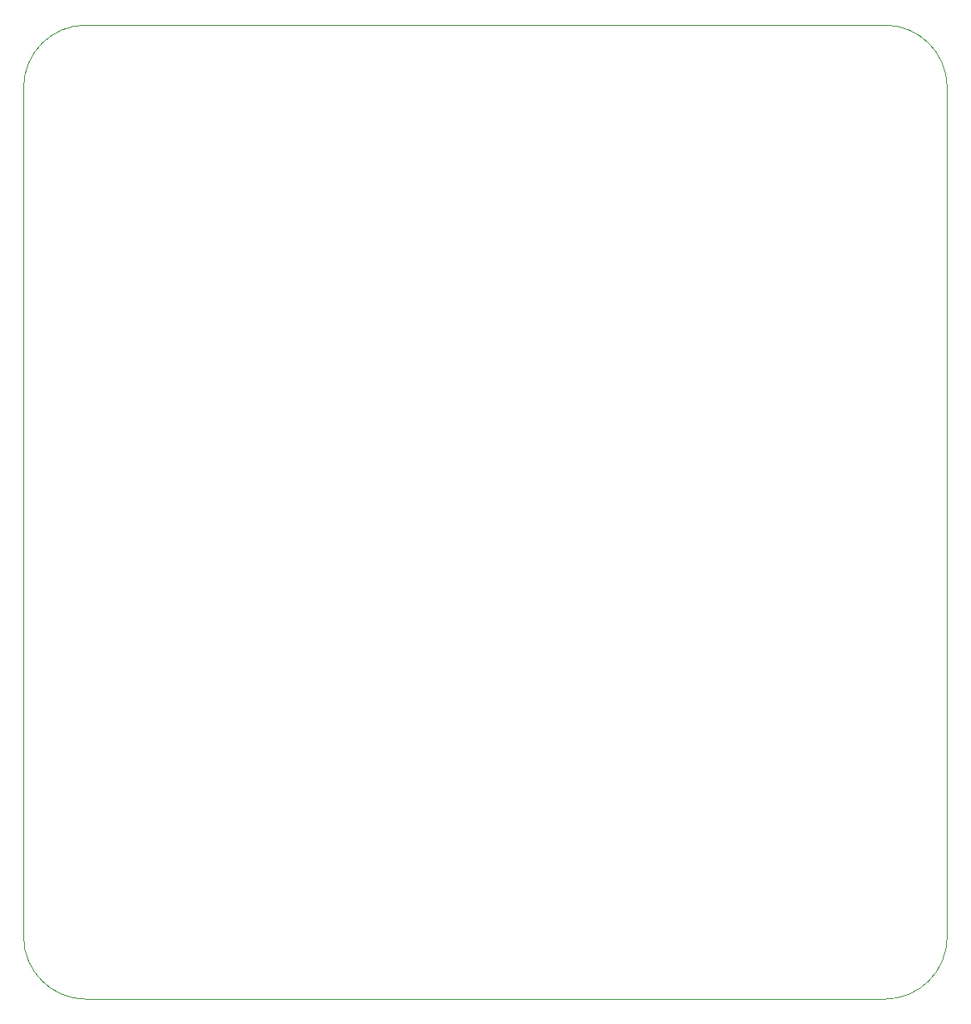
<source format=gbr>
%TF.GenerationSoftware,KiCad,Pcbnew,(5.1.9)-1*%
%TF.CreationDate,2021-06-27T13:52:13-04:00*%
%TF.ProjectId,detector_circuit,64657465-6374-46f7-925f-636972637569,rev?*%
%TF.SameCoordinates,Original*%
%TF.FileFunction,Profile,NP*%
%FSLAX46Y46*%
G04 Gerber Fmt 4.6, Leading zero omitted, Abs format (unit mm)*
G04 Created by KiCad (PCBNEW (5.1.9)-1) date 2021-06-27 13:52:13*
%MOMM*%
%LPD*%
G01*
G04 APERTURE LIST*
%TA.AperFunction,Profile*%
%ADD10C,0.100000*%
%TD*%
G04 APERTURE END LIST*
D10*
X90170000Y-147320000D02*
G75*
G02*
X83820000Y-140970000I0J6350000D01*
G01*
X83820000Y-54610000D02*
G75*
G02*
X90170000Y-48260000I6350000J0D01*
G01*
X171450000Y-48260000D02*
G75*
G02*
X177800000Y-54610000I0J-6350000D01*
G01*
X177800000Y-140970000D02*
G75*
G02*
X171450000Y-147320000I-6350000J0D01*
G01*
X83820000Y-140970000D02*
X83820000Y-54610000D01*
X171450000Y-147320000D02*
X90170000Y-147320000D01*
X177800000Y-54610000D02*
X177800000Y-140970000D01*
X90170000Y-48260000D02*
X171450000Y-48260000D01*
M02*

</source>
